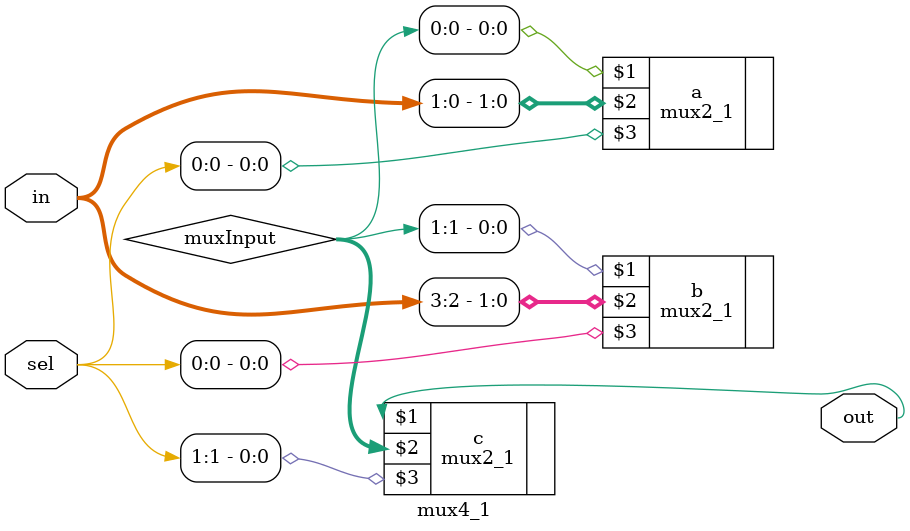
<source format=sv>
`timescale 1ns/1ps

module mux4_1 (out, in, sel);
	output out;
	input [3:0] in;
	input [1:0] sel;

	logic [1:0] muxInput;
	
	mux2_1 a (muxInput[0], in[1:0], sel[0]);
	mux2_1 b (muxInput[1], in[3:2], sel[0]); 
	mux2_1 c (out, muxInput, sel[1]);

endmodule

</source>
